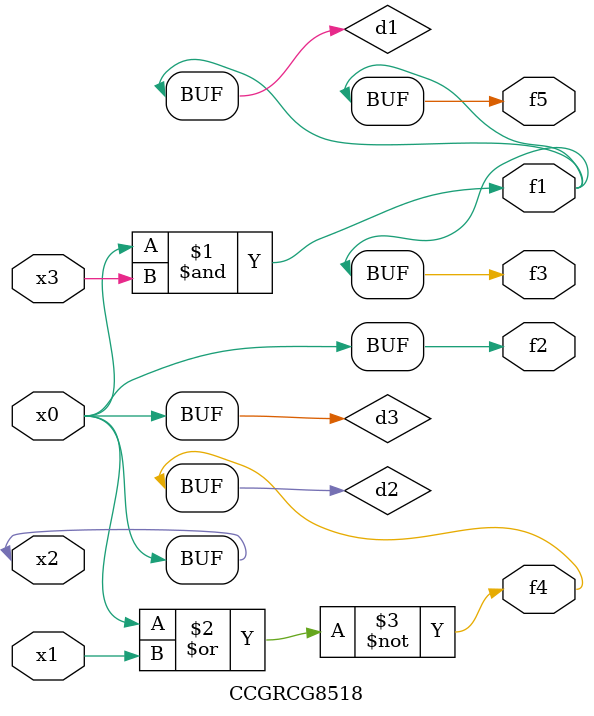
<source format=v>
module CCGRCG8518(
	input x0, x1, x2, x3,
	output f1, f2, f3, f4, f5
);

	wire d1, d2, d3;

	and (d1, x2, x3);
	nor (d2, x0, x1);
	buf (d3, x0, x2);
	assign f1 = d1;
	assign f2 = d3;
	assign f3 = d1;
	assign f4 = d2;
	assign f5 = d1;
endmodule

</source>
